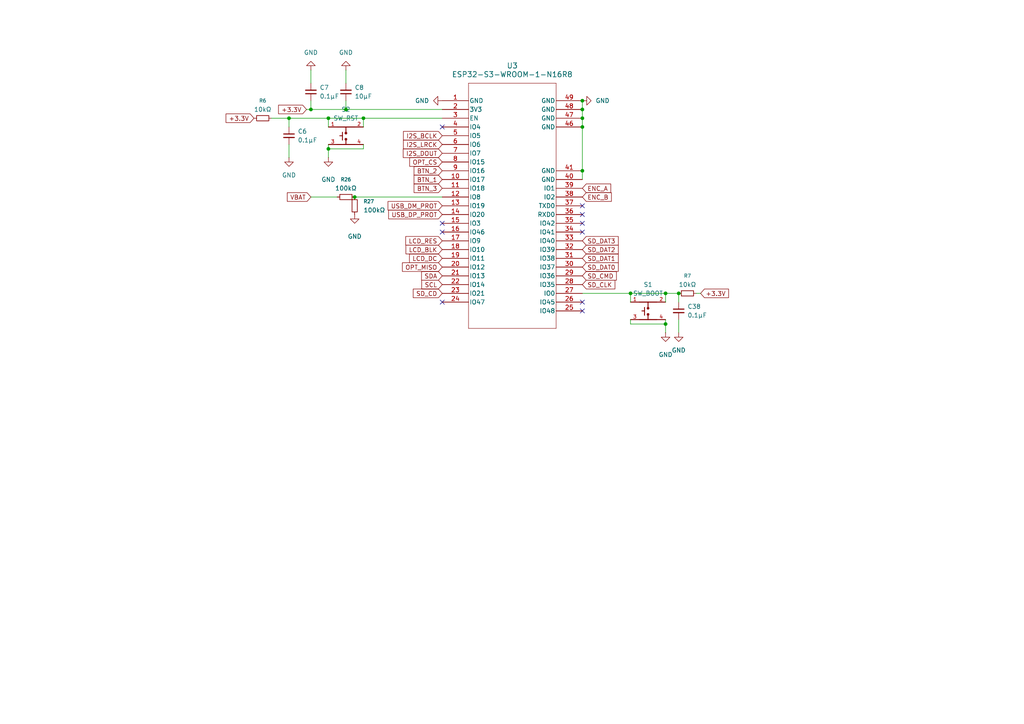
<source format=kicad_sch>
(kicad_sch (version 20250114) (generator "eeschema") (generator_version "9.0")
  (paper "A4")
  (lib_symbols
    (symbol "Device:C_Small" (pin_numbers (hide yes)) (pin_names (offset 0.254) (hide yes))
      (property "Reference" "C" (at 0.254 1.778 0))
      (property "Value" "C_Small" (at 0.254 -2.032 0))
      (symbol "C_Small_0_1"
        (polyline (pts (xy -1.524 0.508) (xy 1.524 0.508)) (stroke (width 0.3048)))
        (polyline (pts (xy -1.524 -0.508) (xy 1.524 -0.508)) (stroke (width 0.3302)))
      )
      (symbol "C_Small_1_1"
        (pin passive line (at 0 2.54 270) (length 2.032) (name "~") (number "1"))
        (pin passive line (at 0 -2.54 90) (length 2.032) (name "~") (number "2"))
      )
    )
    (symbol "Device:R_Small" (pin_numbers (hide yes)) (pin_names (offset 0.254) (hide yes))
      (property "Reference" "R" (at 0 0 90))
      (property "Value" "R_Small" (at 1.778 0 90))
      (symbol "R_Small_0_1"
        (rectangle (start -0.762 1.778) (end 0.762 -1.778) (stroke (width 0.2032)))
      )
      (symbol "R_Small_1_1"
        (pin passive line (at 0 2.54 270) (length 0.762) (name "~") (number "1"))
        (pin passive line (at 0 -2.54 90) (length 0.762) (name "~") (number "2"))
      )
    )
    (symbol "Library:ESP32-S3-WROOM-1-N16R8" (pin_names (offset 0.254))
      (property "Reference" "U" (at 20.32 10.16 0))
      (property "Value" "ESP32-S3-WROOM-1-N16R8" (at 20.32 7.62 0))
      (symbol "ESP32-S3-WROOM-1-N16R8_0_1"
        (polyline (pts (xy 7.62 5.08) (xy 7.62 -66.04)) (stroke (width 0.127)))
        (polyline (pts (xy 7.62 -66.04) (xy 33.02 -66.04)) (stroke (width 0.127)))
        (polyline (pts (xy 33.02 5.08) (xy 7.62 5.08)) (stroke (width 0.127)))
        (polyline (pts (xy 33.02 -66.04) (xy 33.02 5.08)) (stroke (width 0.127)))
        (pin power_out line (at 0 0 0) (length 7.62) (name "GND") (number "1"))
        (pin power_in line (at 0 -2.54 0) (length 7.62) (name "3V3") (number "2"))
        (pin input line (at 0 -5.08 0) (length 7.62) (name "EN") (number "3"))
        (pin bidirectional line (at 0 -7.62 0) (length 7.62) (name "IO4") (number "4"))
        (pin bidirectional line (at 0 -10.16 0) (length 7.62) (name "IO5") (number "5"))
        (pin bidirectional line (at 0 -12.7 0) (length 7.62) (name "IO6") (number "6"))
        (pin bidirectional line (at 0 -15.24 0) (length 7.62) (name "IO7") (number "7"))
        (pin bidirectional line (at 0 -17.78 0) (length 7.62) (name "IO15") (number "8"))
        (pin bidirectional line (at 0 -20.32 0) (length 7.62) (name "IO16") (number "9"))
        (pin bidirectional line (at 0 -22.86 0) (length 7.62) (name "IO17") (number "10"))
        (pin bidirectional line (at 0 -25.4 0) (length 7.62) (name "IO18") (number "11"))
        (pin bidirectional line (at 0 -27.94 0) (length 7.62) (name "IO8") (number "12"))
        (pin bidirectional line (at 0 -30.48 0) (length 7.62) (name "IO19") (number "13"))
        (pin bidirectional line (at 0 -33.02 0) (length 7.62) (name "IO20") (number "14"))
        (pin bidirectional line (at 0 -35.56 0) (length 7.62) (name "IO3") (number "15"))
        (pin bidirectional line (at 0 -38.1 0) (length 7.62) (name "IO46") (number "16"))
        (pin bidirectional line (at 0 -40.64 0) (length 7.62) (name "IO9") (number "17"))
        (pin bidirectional line (at 0 -43.18 0) (length 7.62) (name "IO10") (number "18"))
        (pin bidirectional line (at 0 -45.72 0) (length 7.62) (name "IO11") (number "19"))
        (pin bidirectional line (at 0 -48.26 0) (length 7.62) (name "IO12") (number "20"))
        (pin bidirectional line (at 0 -50.8 0) (length 7.62) (name "IO13") (number "21"))
        (pin bidirectional line (at 0 -53.34 0) (length 7.62) (name "IO14") (number "22"))
        (pin bidirectional line (at 0 -55.88 0) (length 7.62) (name "IO21") (number "23"))
        (pin bidirectional line (at 0 -58.42 0) (length 7.62) (name "IO47") (number "24"))
        (pin power_out line (at 40.64 0 180) (length 7.62) (name "GND") (number "49"))
        (pin power_out line (at 40.64 -2.54 180) (length 7.62) (name "GND") (number "48"))
        (pin power_out line (at 40.64 -5.08 180) (length 7.62) (name "GND") (number "47"))
        (pin power_out line (at 40.64 -7.62 180) (length 7.62) (name "GND") (number "46"))
        (pin power_out line (at 40.64 -20.32 180) (length 7.62) (name "GND") (number "41"))
        (pin power_out line (at 40.64 -22.86 180) (length 7.62) (name "GND") (number "40"))
        (pin bidirectional line (at 40.64 -25.4 180) (length 7.62) (name "IO1") (number "39"))
        (pin bidirectional line (at 40.64 -27.94 180) (length 7.62) (name "IO2") (number "38"))
        (pin bidirectional line (at 40.64 -30.48 180) (length 7.62) (name "TXD0") (number "37"))
        (pin bidirectional line (at 40.64 -33.02 180) (length 7.62) (name "RXD0") (number "36"))
        (pin bidirectional line (at 40.64 -35.56 180) (length 7.62) (name "IO42") (number "35"))
        (pin bidirectional line (at 40.64 -38.1 180) (length 7.62) (name "IO41") (number "34"))
        (pin bidirectional line (at 40.64 -40.64 180) (length 7.62) (name "IO40") (number "33"))
        (pin bidirectional line (at 40.64 -43.18 180) (length 7.62) (name "IO39") (number "32"))
        (pin bidirectional line (at 40.64 -45.72 180) (length 7.62) (name "IO38") (number "31"))
        (pin bidirectional line (at 40.64 -48.26 180) (length 7.62) (name "IO37") (number "30"))
        (pin bidirectional line (at 40.64 -50.8 180) (length 7.62) (name "IO36") (number "29"))
        (pin bidirectional line (at 40.64 -53.34 180) (length 7.62) (name "IO35") (number "28"))
        (pin bidirectional line (at 40.64 -55.88 180) (length 7.62) (name "IO0") (number "27"))
        (pin bidirectional line (at 40.64 -58.42 180) (length 7.62) (name "IO45") (number "26"))
        (pin bidirectional line (at 40.64 -60.96 180) (length 7.62) (name "IO48") (number "25"))
      )
    )
    (symbol "Library:SKRPACE010" (pin_names (offset 1.016))
      (property "Reference" "S" (at -2.5431 5.0863 0))
      (property "Value" "SKRPACE010" (at -2.5442 -5.0884 0))
      (symbol "SKRPACE010_0_0"
        (polyline (pts (xy -5.08 2.54) (xy 5.08 2.54)) (stroke (width 0.254)))
        (polyline (pts (xy -2.54 2.54) (xy 0 2.54)) (stroke (width 0.254)))
        (polyline (pts (xy -2.54 -2.54) (xy 0 -2.54)) (stroke (width 0.254)))
        (polyline (pts (xy -1.016 1.016) (xy -1.016 0)) (stroke (width 0.254)))
        (polyline (pts (xy -1.016 0) (xy -1.778 0)) (stroke (width 0.254)))
        (polyline (pts (xy -1.016 0) (xy -1.016 -1.27)) (stroke (width 0.254)))
        (polyline (pts (xy 0 2.54) (xy 2.54 2.54)) (stroke (width 0.254)))
        (circle (center 0 0.762) (radius 0.254) (stroke (width 0.254)))
        (polyline (pts (xy 0 0.762) (xy 0 2.54)) (stroke (width 0.254)))
        (polyline (pts (xy 0 -1.016) (xy 0 -2.54)) (stroke (width 0.254)))
        (circle (center 0 -1.016) (radius 0.254) (stroke (width 0.254)))
        (polyline (pts (xy 0 -2.54) (xy 2.54 -2.54)) (stroke (width 0.254)))
        (polyline (pts (xy 5.08 -2.54) (xy -5.08 -2.54)) (stroke (width 0.254)))
        (pin bidirectional line (at -5.08 2.54 0) (length 2.54) (name "~") (number "1"))
        (pin bidirectional line (at -5.08 -2.54 0) (length 2.54) (name "~") (number "3"))
        (pin bidirectional line (at 5.08 2.54 180) (length 2.54) (name "~") (number "2"))
        (pin bidirectional line (at 5.08 -2.54 180) (length 2.54) (name "~") (number "4"))
      )
    )
    (symbol "power:GND" (power) (pin_numbers (hide yes)) (pin_names (offset 0) (hide yes))
      (property "Value" "GND" (at 0 -3.81 0))
      (symbol "GND_0_1"
        (polyline (pts (xy 0 0) (xy 0 -1.27) (xy 1.27 -1.27) (xy 0 -2.54) (xy -1.27 -1.27) (xy 0 -1.27)))
      )
      (symbol "GND_1_1"
        (pin power_in line (at 0 0 270) (length 0) (name "~") (number "1"))
      )
    )
  )
  (junction (at 105.41 34.29))
  (junction (at 193.04 85.09))
  (junction (at 193.04 93.98))
  (junction (at 95.25 34.29))
  (junction (at 168.91 49.53))
  (junction (at 182.88 85.09))
  (junction (at 102.87 57.15))
  (junction (at 168.91 34.29))
  (junction (at 90.17 31.75))
  (junction (at 100.33 31.75))
  (junction (at 95.25 43.18))
  (junction (at 168.91 31.75))
  (junction (at 196.85 85.09))
  (junction (at 168.91 29.21))
  (junction (at 168.91 36.83))
  (junction (at 83.82 34.29))
  (no_connect (at 128.27 36.83))
  (no_connect (at 128.27 67.31))
  (no_connect (at 168.91 87.63))
  (no_connect (at 168.91 64.77))
  (no_connect (at 168.91 90.17))
  (no_connect (at 168.91 67.31))
  (no_connect (at 128.27 64.77))
  (no_connect (at 168.91 59.69))
  (no_connect (at 168.91 62.23))
  (no_connect (at 128.27 87.63))
  (wire (pts (xy 90.17 20.32) (xy 90.17 24.13)))
  (wire (pts (xy 105.41 41.91) (xy 105.41 43.18)))
  (wire (pts (xy 95.25 34.29) (xy 105.41 34.29)))
  (wire (pts (xy 102.87 57.15) (xy 128.27 57.15)))
  (wire (pts (xy 193.04 92.71) (xy 193.04 93.98)))
  (wire (pts (xy 88.9 31.75) (xy 90.17 31.75)))
  (wire (pts (xy 78.74 34.29) (xy 83.82 34.29)))
  (wire (pts (xy 193.04 85.09) (xy 193.04 87.63)))
  (wire (pts (xy 100.33 31.75) (xy 128.27 31.75)))
  (wire (pts (xy 95.25 34.29) (xy 95.25 36.83)))
  (wire (pts (xy 193.04 85.09) (xy 196.85 85.09)))
  (wire (pts (xy 90.17 31.75) (xy 90.17 29.21)))
  (wire (pts (xy 168.91 31.75) (xy 168.91 34.29)))
  (wire (pts (xy 182.88 85.09) (xy 182.88 87.63)))
  (wire (pts (xy 168.91 85.09) (xy 182.88 85.09)))
  (wire (pts (xy 168.91 34.29) (xy 168.91 36.83)))
  (wire (pts (xy 83.82 34.29) (xy 95.25 34.29)))
  (wire (pts (xy 168.91 36.83) (xy 168.91 49.53)))
  (wire (pts (xy 182.88 93.98) (xy 193.04 93.98)))
  (wire (pts (xy 201.93 85.09) (xy 203.2 85.09)))
  (wire (pts (xy 168.91 29.21) (xy 168.91 31.75)))
  (wire (pts (xy 105.41 34.29) (xy 105.41 36.83)))
  (wire (pts (xy 196.85 85.09) (xy 196.85 87.63)))
  (wire (pts (xy 193.04 93.98) (xy 193.04 96.52)))
  (wire (pts (xy 168.91 49.53) (xy 168.91 52.07)))
  (wire (pts (xy 196.85 96.52) (xy 196.85 92.71)))
  (wire (pts (xy 182.88 92.71) (xy 182.88 93.98)))
  (wire (pts (xy 83.82 34.29) (xy 83.82 36.83)))
  (wire (pts (xy 105.41 34.29) (xy 128.27 34.29)))
  (wire (pts (xy 100.33 20.32) (xy 100.33 24.13)))
  (wire (pts (xy 100.33 29.21) (xy 100.33 31.75)))
  (wire (pts (xy 95.25 43.18) (xy 95.25 45.72)))
  (wire (pts (xy 105.41 43.18) (xy 95.25 43.18)))
  (wire (pts (xy 95.25 41.91) (xy 95.25 43.18)))
  (wire (pts (xy 97.79 57.15) (xy 90.17 57.15)))
  (wire (pts (xy 90.17 31.75) (xy 100.33 31.75)))
  (wire (pts (xy 83.82 45.72) (xy 83.82 41.91)))
  (wire (pts (xy 182.88 85.09) (xy 193.04 85.09)))
  (global_label "SD_CD" (shape input) (at 128.27 85.09 180) (property "Intersheetrefs" "${INTERSHEET_REFS}" (effects (hide yes))))
  (global_label "SD_CMD" (shape input) (at 168.91 80.01 0) (property "Intersheetrefs" "${INTERSHEET_REFS}" (effects (hide yes))))
  (global_label "SD_CLK" (shape input) (at 168.91 82.55 0) (property "Intersheetrefs" "${INTERSHEET_REFS}" (effects (hide yes))))
  (global_label "VBAT" (shape input) (at 90.17 57.15 180) (property "Intersheetrefs" "${INTERSHEET_REFS}" (effects (hide yes))))
  (global_label "+3.3V" (shape input) (at 73.66 34.29 180) (property "Intersheetrefs" "${INTERSHEET_REFS}" (effects (hide yes))))
  (global_label "BTN_1" (shape input) (at 128.27 52.07 180) (property "Intersheetrefs" "${INTERSHEET_REFS}" (effects (hide yes))))
  (global_label "SD_DAT3" (shape input) (at 168.91 69.85 0) (property "Intersheetrefs" "${INTERSHEET_REFS}" (effects (hide yes))))
  (global_label "OPT_MISO" (shape input) (at 128.27 77.47 180) (property "Intersheetrefs" "${INTERSHEET_REFS}" (effects (hide yes))))
  (global_label "ENC_A" (shape input) (at 168.91 54.61 0) (property "Intersheetrefs" "${INTERSHEET_REFS}" (effects (hide yes))))
  (global_label "SD_DAT2" (shape input) (at 168.91 72.39 0) (property "Intersheetrefs" "${INTERSHEET_REFS}" (effects (hide yes))))
  (global_label "OPT_CS" (shape input) (at 128.27 46.99 180) (property "Intersheetrefs" "${INTERSHEET_REFS}" (effects (hide yes))))
  (global_label "SD_DAT1" (shape input) (at 168.91 74.93 0) (property "Intersheetrefs" "${INTERSHEET_REFS}" (effects (hide yes))))
  (global_label "BTN_3" (shape input) (at 128.27 54.61 180) (property "Intersheetrefs" "${INTERSHEET_REFS}" (effects (hide yes))))
  (global_label "I2S_BCLK" (shape input) (at 128.27 39.37 180) (property "Intersheetrefs" "${INTERSHEET_REFS}" (effects (hide yes))))
  (global_label "ENC_B" (shape input) (at 168.91 57.15 0) (property "Intersheetrefs" "${INTERSHEET_REFS}" (effects (hide yes))))
  (global_label "LCD_DC" (shape input) (at 128.27 74.93 180) (property "Intersheetrefs" "${INTERSHEET_REFS}" (effects (hide yes))))
  (global_label "LCD_RES" (shape input) (at 128.27 69.85 180) (property "Intersheetrefs" "${INTERSHEET_REFS}" (effects (hide yes))))
  (global_label "I2S_LRCK" (shape input) (at 128.27 41.91 180) (property "Intersheetrefs" "${INTERSHEET_REFS}" (effects (hide yes))))
  (global_label "SD_DAT0" (shape input) (at 168.91 77.47 0) (property "Intersheetrefs" "${INTERSHEET_REFS}" (effects (hide yes))))
  (global_label "SDA" (shape input) (at 128.27 80.01 180) (property "Intersheetrefs" "${INTERSHEET_REFS}" (effects (hide yes))))
  (global_label "LCD_BLK" (shape input) (at 128.27 72.39 180) (property "Intersheetrefs" "${INTERSHEET_REFS}" (effects (hide yes))))
  (global_label "BTN_2" (shape input) (at 128.27 49.53 180) (property "Intersheetrefs" "${INTERSHEET_REFS}" (effects (hide yes))))
  (global_label "I2S_DOUT" (shape input) (at 128.27 44.45 180) (property "Intersheetrefs" "${INTERSHEET_REFS}" (effects (hide yes))))
  (global_label "USB_DM_PROT" (shape input) (at 128.27 59.69 180) (property "Intersheetrefs" "${INTERSHEET_REFS}" (effects (hide yes))))
  (global_label "USB_DP_PROT" (shape input) (at 128.27 62.23 180) (property "Intersheetrefs" "${INTERSHEET_REFS}" (effects (hide yes))))
  (global_label "SCL" (shape input) (at 128.27 82.55 180) (property "Intersheetrefs" "${INTERSHEET_REFS}" (effects (hide yes))))
  (global_label "+3.3V" (shape input) (at 88.9 31.75 180) (property "Intersheetrefs" "${INTERSHEET_REFS}" (effects (hide yes))))
  (global_label "+3.3V" (shape input) (at 203.2 85.09 0) (property "Intersheetrefs" "${INTERSHEET_REFS}" (effects (hide yes))))
  (symbol (lib_id "power:GND") (at 83.82 45.72 0) (unit 1)
    (property "Reference" "#PWR017" (effects (hide yes)))
    (property "Value" "GND" (at 83.82 50.8 0))
    (property "Description" "Power symbol creates a global label with name \"GND\" , ground" (effects (hide yes)))
  )
  (symbol (lib_id "Device:R_Small") (at 100.33 57.15 270) (unit 1)
    (property "Reference" "R26" (at 100.33 52.07 90) (effects (font (size 1.016 1.016))))
    (property "Value" "100kΩ" (at 100.33 54.61 90))
    (property "Footprint" "Resistor_SMD:R_0603_1608Metric_Pad0.98x0.95mm_HandSolder" (effects (hide yes)))
    (property "Description" "Resistor, small symbol" (effects (hide yes)))
  )
  (symbol (lib_id "power:GND") (at 102.87 62.23 0) (unit 1)
    (property "Reference" "#PWR074" (effects (hide yes)))
    (property "Value" "GND" (at 102.87 68.58 0))
    (property "Description" "Power symbol creates a global label with name \"GND\" , ground" (effects (hide yes)))
  )
  (symbol (lib_id "Device:R_Small") (at 76.2 34.29 270) (unit 1)
    (property "Reference" "R6" (at 76.2 29.21 90) (effects (font (size 1.016 1.016))))
    (property "Value" "10kΩ" (at 76.2 31.75 90))
    (property "Footprint" "Resistor_SMD:R_0603_1608Metric_Pad0.98x0.95mm_HandSolder" (effects (hide yes)))
    (property "Description" "Resistor, small symbol" (effects (hide yes)))
  )
  (symbol (lib_id "Device:R_Small") (at 199.39 85.09 270) (unit 1)
    (property "Reference" "R7" (at 199.39 80.01 90) (effects (font (size 1.016 1.016))))
    (property "Value" "10kΩ" (at 199.39 82.55 90))
    (property "Footprint" "Resistor_SMD:R_0603_1608Metric_Pad0.98x0.95mm_HandSolder" (effects (hide yes)))
    (property "Description" "Resistor, small symbol" (effects (hide yes)))
  )
  (symbol (lib_id "Library:SKRPACE010") (at 187.96 90.17 0) (unit 1)
    (property "Reference" "S1" (at 187.96 82.55 0))
    (property "Value" "SW_BOOT" (at 187.96 85.09 0))
    (property "Footprint" "Library:SW_SKRPACE010" (effects (hide yes)))
  )
  (symbol (lib_id "Library:ESP32-S3-WROOM-1-N16R8") (at 128.27 29.21 0) (unit 1)
    (property "Reference" "U3" (at 148.59 19.05 0) (effects (font (size 1.524 1.524))))
    (property "Value" "ESP32-S3-WROOM-1-N16R8" (at 148.59 21.59 0) (effects (font (size 1.524 1.524))))
    (property "Footprint" "Library:ESP32-S3-WROOM-1_EXP" (effects (hide yes)))
    (property "Datasheet" "ESP32-S3-WROOM-1-N16R8" (effects (hide yes)))
  )
  (symbol (lib_id "power:GND") (at 196.85 96.52 0) (unit 1)
    (property "Reference" "#PWR075" (effects (hide yes)))
    (property "Value" "GND" (at 196.85 101.6 0))
    (property "Description" "Power symbol creates a global label with name \"GND\" , ground" (effects (hide yes)))
  )
  (symbol (lib_id "power:GND") (at 128.27 29.21 270) (unit 1)
    (property "Reference" "#PWR016" (effects (hide yes)))
    (property "Value" "GND" (at 124.46 29.2099 90) (effects (justify right)))
    (property "Description" "Power symbol creates a global label with name \"GND\" , ground" (effects (hide yes)))
  )
  (symbol (lib_id "power:GND") (at 95.25 45.72 0) (unit 1)
    (property "Reference" "#PWR018" (effects (hide yes)))
    (property "Value" "GND" (at 95.25 52.07 0))
    (property "Description" "Power symbol creates a global label with name \"GND\" , ground" (effects (hide yes)))
  )
  (symbol (lib_id "Device:C_Small") (at 83.82 39.37 0) (unit 1)
    (property "Reference" "C6" (at 86.36 38.1062 0) (effects (justify left)))
    (property "Value" "0.1μF" (at 86.36 40.6462 0) (effects (justify left)))
    (property "Footprint" "Capacitor_SMD:C_0603_1608Metric_Pad1.08x0.95mm_HandSolder" (effects (hide yes)))
    (property "Description" "Unpolarized capacitor, small symbol" (effects (hide yes)))
  )
  (symbol (lib_id "Device:C_Small") (at 100.33 26.67 180) (unit 1)
    (property "Reference" "C8" (at 102.87 25.3935 0) (effects (justify right)))
    (property "Value" "10μF" (at 102.87 27.9335 0) (effects (justify right)))
    (property "Footprint" "Capacitor_SMD:C_0603_1608Metric_Pad1.08x0.95mm_HandSolder" (effects (hide yes)))
    (property "Description" "Unpolarized capacitor, small symbol" (effects (hide yes)))
  )
  (symbol (lib_id "Device:R_Small") (at 102.87 59.69 180) (unit 1)
    (property "Reference" "R27" (at 105.41 58.4199 0) (effects (font (size 1.016 1.016)) (justify right)))
    (property "Value" "100kΩ" (at 105.41 60.9599 0) (effects (justify right)))
    (property "Footprint" "Resistor_SMD:R_0603_1608Metric_Pad0.98x0.95mm_HandSolder" (effects (hide yes)))
    (property "Description" "Resistor, small symbol" (effects (hide yes)))
  )
  (symbol (lib_id "power:GND") (at 168.91 29.21 90) (unit 1)
    (property "Reference" "#PWR015" (effects (hide yes)))
    (property "Value" "GND" (at 172.72 29.2099 90) (effects (justify right)))
    (property "Description" "Power symbol creates a global label with name \"GND\" , ground" (effects (hide yes)))
  )
  (symbol (lib_id "power:GND") (at 90.17 20.32 180) (unit 1)
    (property "Reference" "#PWR020" (effects (hide yes)))
    (property "Value" "GND" (at 90.17 15.24 0))
    (property "Description" "Power symbol creates a global label with name \"GND\" , ground" (effects (hide yes)))
  )
  (symbol (lib_id "Device:C_Small") (at 90.17 26.67 180) (unit 1)
    (property "Reference" "C7" (at 92.71 25.3935 0) (effects (justify right)))
    (property "Value" "0.1μF" (at 92.71 27.9335 0) (effects (justify right)))
    (property "Footprint" "Capacitor_SMD:C_0603_1608Metric_Pad1.08x0.95mm_HandSolder" (effects (hide yes)))
    (property "Description" "Unpolarized capacitor, small symbol" (effects (hide yes)))
  )
  (symbol (lib_id "power:GND") (at 193.04 96.52 0) (unit 1)
    (property "Reference" "#PWR019" (effects (hide yes)))
    (property "Value" "GND" (at 193.04 102.87 0))
    (property "Description" "Power symbol creates a global label with name \"GND\" , ground" (effects (hide yes)))
  )
  (symbol (lib_id "Library:SKRPACE010") (at 100.33 39.37 0) (unit 1)
    (property "Reference" "S2" (at 100.33 31.75 0))
    (property "Value" "SW_RST" (at 100.33 34.29 0))
    (property "Footprint" "Library:SW_SKRPACE010" (effects (hide yes)))
  )
  (symbol (lib_id "power:GND") (at 100.33 20.32 180) (unit 1)
    (property "Reference" "#PWR021" (effects (hide yes)))
    (property "Value" "GND" (at 100.33 15.24 0))
    (property "Description" "Power symbol creates a global label with name \"GND\" , ground" (effects (hide yes)))
  )
  (symbol (lib_id "Device:C_Small") (at 196.85 90.17 0) (unit 1)
    (property "Reference" "C38" (at 199.39 88.9062 0) (effects (justify left)))
    (property "Value" "0.1μF" (at 199.39 91.4462 0) (effects (justify left)))
    (property "Footprint" "Capacitor_SMD:C_0603_1608Metric_Pad1.08x0.95mm_HandSolder" (effects (hide yes)))
    (property "Description" "Unpolarized capacitor, small symbol" (effects (hide yes)))
  )
)
</source>
